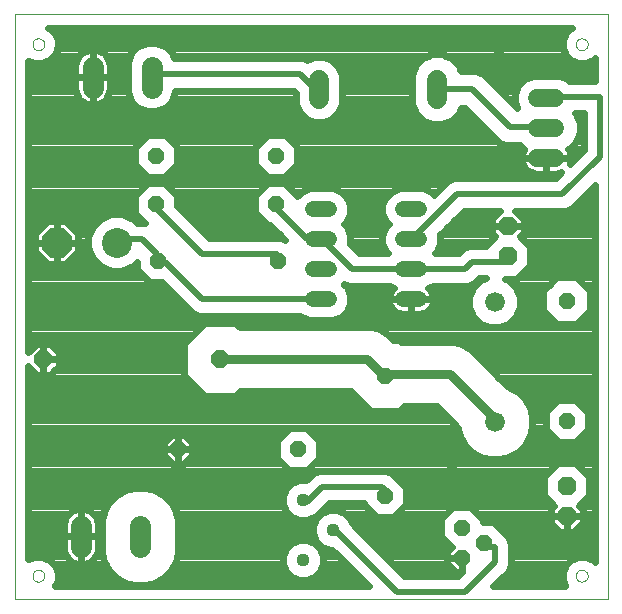
<source format=gbl>
G75*
G70*
%OFA0B0*%
%FSLAX24Y24*%
%IPPOS*%
%LPD*%
%AMOC8*
5,1,8,0,0,1.08239X$1,22.5*
%
%ADD10C,0.0000*%
%ADD11C,0.0520*%
%ADD12OC8,0.0600*%
%ADD13OC8,0.0630*%
%ADD14OC8,0.0520*%
%ADD15C,0.0600*%
%ADD16C,0.0660*%
%ADD17C,0.0650*%
%ADD18C,0.1000*%
%ADD19OC8,0.1000*%
%ADD20C,0.0440*%
%ADD21C,0.0705*%
%ADD22C,0.0200*%
%ADD23C,0.0240*%
%ADD24R,0.0356X0.0356*%
%ADD25C,0.0300*%
D10*
X000220Y000459D02*
X000220Y019955D01*
X019984Y019955D01*
X019984Y000459D01*
X000220Y000459D01*
X000810Y001247D02*
X000812Y001274D01*
X000818Y001301D01*
X000827Y001327D01*
X000840Y001351D01*
X000856Y001374D01*
X000875Y001393D01*
X000897Y001410D01*
X000921Y001424D01*
X000946Y001434D01*
X000973Y001441D01*
X001000Y001444D01*
X001028Y001443D01*
X001055Y001438D01*
X001081Y001430D01*
X001105Y001418D01*
X001128Y001402D01*
X001149Y001384D01*
X001166Y001363D01*
X001181Y001339D01*
X001192Y001314D01*
X001200Y001288D01*
X001204Y001261D01*
X001204Y001233D01*
X001200Y001206D01*
X001192Y001180D01*
X001181Y001155D01*
X001166Y001131D01*
X001149Y001110D01*
X001128Y001092D01*
X001106Y001076D01*
X001081Y001064D01*
X001055Y001056D01*
X001028Y001051D01*
X001000Y001050D01*
X000973Y001053D01*
X000946Y001060D01*
X000921Y001070D01*
X000897Y001084D01*
X000875Y001101D01*
X000856Y001120D01*
X000840Y001143D01*
X000827Y001167D01*
X000818Y001193D01*
X000812Y001220D01*
X000810Y001247D01*
X000810Y018963D02*
X000812Y018990D01*
X000818Y019017D01*
X000827Y019043D01*
X000840Y019067D01*
X000856Y019090D01*
X000875Y019109D01*
X000897Y019126D01*
X000921Y019140D01*
X000946Y019150D01*
X000973Y019157D01*
X001000Y019160D01*
X001028Y019159D01*
X001055Y019154D01*
X001081Y019146D01*
X001105Y019134D01*
X001128Y019118D01*
X001149Y019100D01*
X001166Y019079D01*
X001181Y019055D01*
X001192Y019030D01*
X001200Y019004D01*
X001204Y018977D01*
X001204Y018949D01*
X001200Y018922D01*
X001192Y018896D01*
X001181Y018871D01*
X001166Y018847D01*
X001149Y018826D01*
X001128Y018808D01*
X001106Y018792D01*
X001081Y018780D01*
X001055Y018772D01*
X001028Y018767D01*
X001000Y018766D01*
X000973Y018769D01*
X000946Y018776D01*
X000921Y018786D01*
X000897Y018800D01*
X000875Y018817D01*
X000856Y018836D01*
X000840Y018859D01*
X000827Y018883D01*
X000818Y018909D01*
X000812Y018936D01*
X000810Y018963D01*
X018921Y018963D02*
X018923Y018990D01*
X018929Y019017D01*
X018938Y019043D01*
X018951Y019067D01*
X018967Y019090D01*
X018986Y019109D01*
X019008Y019126D01*
X019032Y019140D01*
X019057Y019150D01*
X019084Y019157D01*
X019111Y019160D01*
X019139Y019159D01*
X019166Y019154D01*
X019192Y019146D01*
X019216Y019134D01*
X019239Y019118D01*
X019260Y019100D01*
X019277Y019079D01*
X019292Y019055D01*
X019303Y019030D01*
X019311Y019004D01*
X019315Y018977D01*
X019315Y018949D01*
X019311Y018922D01*
X019303Y018896D01*
X019292Y018871D01*
X019277Y018847D01*
X019260Y018826D01*
X019239Y018808D01*
X019217Y018792D01*
X019192Y018780D01*
X019166Y018772D01*
X019139Y018767D01*
X019111Y018766D01*
X019084Y018769D01*
X019057Y018776D01*
X019032Y018786D01*
X019008Y018800D01*
X018986Y018817D01*
X018967Y018836D01*
X018951Y018859D01*
X018938Y018883D01*
X018929Y018909D01*
X018923Y018936D01*
X018921Y018963D01*
X018921Y001247D02*
X018923Y001274D01*
X018929Y001301D01*
X018938Y001327D01*
X018951Y001351D01*
X018967Y001374D01*
X018986Y001393D01*
X019008Y001410D01*
X019032Y001424D01*
X019057Y001434D01*
X019084Y001441D01*
X019111Y001444D01*
X019139Y001443D01*
X019166Y001438D01*
X019192Y001430D01*
X019216Y001418D01*
X019239Y001402D01*
X019260Y001384D01*
X019277Y001363D01*
X019292Y001339D01*
X019303Y001314D01*
X019311Y001288D01*
X019315Y001261D01*
X019315Y001233D01*
X019311Y001206D01*
X019303Y001180D01*
X019292Y001155D01*
X019277Y001131D01*
X019260Y001110D01*
X019239Y001092D01*
X019217Y001076D01*
X019192Y001064D01*
X019166Y001056D01*
X019139Y001051D01*
X019111Y001050D01*
X019084Y001053D01*
X019057Y001060D01*
X019032Y001070D01*
X019008Y001084D01*
X018986Y001101D01*
X018967Y001120D01*
X018951Y001143D01*
X018938Y001167D01*
X018929Y001193D01*
X018923Y001220D01*
X018921Y001247D01*
D11*
X013693Y010459D02*
X013173Y010459D01*
X013173Y011459D02*
X013693Y011459D01*
X013693Y012459D02*
X013173Y012459D01*
X013173Y013459D02*
X013693Y013459D01*
X010693Y013459D02*
X010173Y013459D01*
X010173Y012459D02*
X010693Y012459D01*
X010693Y011459D02*
X010173Y011459D01*
X010173Y010459D02*
X010693Y010459D01*
D12*
X007064Y008459D03*
X001164Y008459D03*
D13*
X016645Y011908D03*
X016645Y012908D03*
X018614Y004235D03*
X018614Y003235D03*
D14*
X015864Y002353D03*
X015114Y001853D03*
X015114Y002853D03*
X012551Y003920D03*
X009657Y005459D03*
X012551Y007920D03*
X008996Y011751D03*
X008933Y013629D03*
X008933Y015247D03*
X004933Y015247D03*
X004933Y013629D03*
X004996Y011751D03*
X005657Y005459D03*
X018614Y006416D03*
X018614Y010416D03*
D15*
X018233Y015172D02*
X017633Y015172D01*
X017633Y016172D02*
X018233Y016172D01*
X018233Y017172D02*
X017633Y017172D01*
D16*
X016220Y010373D03*
X016220Y006373D03*
D17*
X014295Y017135D02*
X014295Y017784D01*
X010358Y017784D02*
X010358Y017135D01*
D18*
X003614Y012353D03*
D19*
X001614Y012353D03*
D20*
X009826Y003778D03*
X010826Y002778D03*
X009826Y001778D03*
D21*
X004393Y002205D02*
X004393Y002910D01*
X002425Y002910D02*
X002425Y002205D01*
X002811Y017516D02*
X002811Y018221D01*
X004779Y018221D02*
X004779Y017516D01*
D22*
X004779Y017869D02*
X004970Y017959D01*
X009720Y017959D01*
X010220Y017459D01*
X010358Y017459D01*
X008933Y013629D02*
X008970Y013459D01*
X009970Y012459D01*
X010433Y012459D01*
X010470Y012459D01*
X011470Y011459D01*
X013433Y011459D01*
X015220Y011459D01*
X015470Y011709D01*
X016470Y011709D01*
X016645Y011908D01*
X014970Y013959D02*
X018470Y013959D01*
X019720Y015209D01*
X019720Y017209D01*
X017970Y017209D01*
X017933Y017172D01*
X017720Y016209D02*
X017933Y016172D01*
X017720Y016209D02*
X016720Y016209D01*
X015470Y017459D01*
X014295Y017459D01*
X014970Y013959D02*
X013470Y012459D01*
X013433Y012459D01*
X010433Y010459D02*
X006470Y010459D01*
X005220Y011709D01*
X004996Y011751D01*
X004970Y011959D01*
X004470Y012459D01*
X003720Y012459D01*
X003614Y012353D01*
X004970Y013459D02*
X004933Y013629D01*
X004970Y013459D02*
X006470Y011959D01*
X008970Y011959D01*
X008996Y011751D01*
X010470Y004209D02*
X012470Y004209D01*
X012720Y003959D01*
X012551Y003920D01*
X010970Y002709D02*
X010826Y002778D01*
X010970Y002709D02*
X012970Y000709D01*
X015220Y000709D01*
X016220Y001709D01*
X016220Y002209D01*
X015970Y002209D01*
X015864Y002353D01*
X010470Y004209D02*
X009970Y003709D01*
X009826Y003778D01*
D23*
X009350Y003321D02*
X005600Y003321D01*
X005579Y003401D02*
X005411Y003692D01*
X005175Y003929D01*
X004884Y004096D01*
X004561Y004183D01*
X004226Y004183D01*
X003902Y004096D01*
X003612Y003929D01*
X003375Y003692D01*
X003207Y003401D01*
X003121Y003078D01*
X003121Y002038D01*
X003207Y001714D01*
X003375Y001424D01*
X003612Y001187D01*
X003902Y001019D01*
X004226Y000933D01*
X004561Y000933D01*
X004884Y001019D01*
X005175Y001187D01*
X005411Y001424D01*
X005579Y001714D01*
X005666Y002038D01*
X005666Y003078D01*
X005579Y003401D01*
X005488Y003560D02*
X009202Y003560D01*
X009166Y003647D02*
X009267Y003404D01*
X009452Y003219D01*
X009695Y003118D01*
X009958Y003118D01*
X010187Y003213D01*
X010251Y003236D01*
X010262Y003246D01*
X010276Y003252D01*
X010341Y003317D01*
X010410Y003379D01*
X010417Y003393D01*
X010694Y003669D01*
X011851Y003669D01*
X011851Y003630D01*
X012261Y003220D01*
X012841Y003220D01*
X013251Y003630D01*
X013251Y003829D01*
X013260Y003852D01*
X013260Y003915D01*
X013270Y003977D01*
X013260Y004021D01*
X013260Y004067D01*
X013251Y004089D01*
X013251Y004210D01*
X012841Y004620D01*
X012823Y004620D01*
X012776Y004667D01*
X012577Y004749D01*
X010363Y004749D01*
X010164Y004667D01*
X010012Y004515D01*
X009935Y004438D01*
X009695Y004438D01*
X009452Y004338D01*
X009267Y004152D01*
X009166Y003910D01*
X009166Y003647D01*
X009166Y003798D02*
X005305Y003798D01*
X004987Y004037D02*
X009219Y004037D01*
X009390Y004275D02*
X000660Y004275D01*
X000660Y004037D02*
X003800Y004037D01*
X003482Y003798D02*
X000660Y003798D01*
X000660Y003560D02*
X003299Y003560D01*
X003186Y003321D02*
X002823Y003321D01*
X002798Y003347D02*
X002861Y003283D01*
X002914Y003210D01*
X002955Y003130D01*
X002983Y003044D01*
X002997Y002955D01*
X002997Y002558D01*
X002425Y002558D01*
X002425Y002558D01*
X002425Y002558D01*
X002425Y003483D01*
X002470Y003483D01*
X002559Y003469D01*
X002644Y003441D01*
X002725Y003400D01*
X002798Y003347D01*
X002971Y003083D02*
X003122Y003083D01*
X003121Y002844D02*
X002997Y002844D01*
X002997Y002606D02*
X003121Y002606D01*
X002997Y002558D02*
X002425Y002558D01*
X002425Y003483D01*
X002380Y003483D01*
X002291Y003469D01*
X002205Y003441D01*
X002125Y003400D01*
X002052Y003347D01*
X001988Y003283D01*
X001935Y003210D01*
X001894Y003130D01*
X001866Y003044D01*
X001852Y002955D01*
X001852Y002558D01*
X002425Y002558D01*
X002425Y001633D01*
X002470Y001633D01*
X002559Y001647D01*
X002644Y001675D01*
X002725Y001716D01*
X002798Y001769D01*
X002861Y001832D01*
X002914Y001905D01*
X002955Y001985D01*
X002983Y002071D01*
X002997Y002160D01*
X002997Y002558D01*
X002997Y002367D02*
X003121Y002367D01*
X003121Y002129D02*
X002992Y002129D01*
X002904Y001890D02*
X003160Y001890D01*
X003243Y001652D02*
X002574Y001652D01*
X002425Y001652D02*
X002425Y001652D01*
X002425Y001633D02*
X002425Y002558D01*
X002425Y002558D01*
X002425Y002558D01*
X001852Y002558D01*
X001852Y002160D01*
X001866Y002071D01*
X001894Y001985D01*
X001935Y001905D01*
X001988Y001832D01*
X002052Y001769D01*
X002125Y001716D01*
X002205Y001675D01*
X002291Y001647D01*
X002380Y001633D01*
X002425Y001633D01*
X002275Y001652D02*
X001503Y001652D01*
X001547Y001607D02*
X001368Y001787D01*
X001134Y001884D01*
X000881Y001884D01*
X000660Y001792D01*
X000660Y008228D01*
X000948Y007939D01*
X001164Y007939D01*
X001379Y007939D01*
X001684Y008244D01*
X001684Y008459D01*
X001164Y008459D01*
X001164Y008459D01*
X001164Y007939D01*
X001164Y008459D01*
X001164Y008459D01*
X001684Y008459D01*
X001684Y008675D01*
X001379Y008979D01*
X001164Y008979D01*
X001164Y008459D01*
X001164Y008459D01*
X001164Y008979D01*
X000948Y008979D01*
X000660Y008691D01*
X000660Y018418D01*
X000881Y018326D01*
X001134Y018326D01*
X001368Y018423D01*
X001547Y018603D01*
X001644Y018837D01*
X001644Y019090D01*
X001547Y019324D01*
X001368Y019503D01*
X001339Y019515D01*
X018786Y019515D01*
X018757Y019503D01*
X018578Y019324D01*
X018481Y019090D01*
X018481Y018837D01*
X018578Y018603D01*
X018757Y018423D01*
X018991Y018326D01*
X019244Y018326D01*
X019478Y018423D01*
X019544Y018489D01*
X019544Y017749D01*
X018702Y017749D01*
X018652Y017799D01*
X018380Y017912D01*
X017485Y017912D01*
X017213Y017799D01*
X017005Y017591D01*
X016893Y017319D01*
X016893Y017025D01*
X016971Y016835D01*
X015996Y017811D01*
X015821Y017985D01*
X015593Y018079D01*
X015087Y018079D01*
X015011Y018263D01*
X014773Y018500D01*
X014463Y018629D01*
X014127Y018629D01*
X013816Y018500D01*
X013579Y018263D01*
X013450Y017952D01*
X013450Y016966D01*
X013579Y016656D01*
X013816Y016418D01*
X014127Y016290D01*
X014463Y016290D01*
X014773Y016418D01*
X015011Y016656D01*
X015087Y016839D01*
X015213Y016839D01*
X016369Y015684D01*
X016597Y015589D01*
X017056Y015589D01*
X017168Y015477D01*
X017201Y015463D01*
X017188Y015444D01*
X017151Y015372D01*
X017125Y015294D01*
X017113Y015213D01*
X017113Y015172D01*
X017933Y015172D01*
X018753Y015172D01*
X018753Y015213D01*
X018740Y015294D01*
X018715Y015372D01*
X018677Y015444D01*
X018664Y015463D01*
X018697Y015477D01*
X018928Y015707D01*
X019053Y016009D01*
X019053Y016335D01*
X018928Y016636D01*
X018895Y016669D01*
X019180Y016669D01*
X019180Y015433D01*
X018709Y014962D01*
X018715Y014972D01*
X018740Y015050D01*
X018753Y015131D01*
X018753Y015172D01*
X017933Y015172D01*
X017933Y015172D01*
X017933Y014652D01*
X018274Y014652D01*
X018354Y014665D01*
X018432Y014690D01*
X018442Y014695D01*
X018246Y014499D01*
X014863Y014499D01*
X014664Y014417D01*
X014512Y014265D01*
X014194Y013947D01*
X014089Y014053D01*
X013832Y014159D01*
X013033Y014159D01*
X012776Y014053D01*
X012579Y013856D01*
X012473Y013599D01*
X012473Y013320D01*
X012579Y013063D01*
X012683Y012959D01*
X012579Y012856D01*
X012473Y012599D01*
X012473Y012320D01*
X012579Y012063D01*
X012643Y011999D01*
X011694Y011999D01*
X011387Y012306D01*
X011393Y012320D01*
X011393Y012599D01*
X011286Y012856D01*
X011183Y012959D01*
X011286Y013063D01*
X011393Y013320D01*
X011393Y013599D01*
X011286Y013856D01*
X011089Y014053D01*
X010832Y014159D01*
X010033Y014159D01*
X009776Y014053D01*
X009633Y013909D01*
X009633Y013919D01*
X009223Y014329D01*
X008643Y014329D01*
X008233Y013919D01*
X008233Y013339D01*
X008643Y012929D01*
X008737Y012929D01*
X009213Y012452D01*
X009146Y012471D01*
X009077Y012499D01*
X009044Y012499D01*
X009011Y012508D01*
X008937Y012499D01*
X006694Y012499D01*
X005633Y013560D01*
X005633Y013919D01*
X005223Y014329D01*
X004643Y014329D01*
X004233Y013919D01*
X004233Y013339D01*
X004572Y012999D01*
X004297Y012999D01*
X004146Y013150D01*
X003801Y013293D01*
X003427Y013293D01*
X003081Y013150D01*
X002817Y012885D01*
X002674Y012540D01*
X002674Y012166D01*
X002817Y011821D01*
X003081Y011556D01*
X003427Y011413D01*
X003801Y011413D01*
X004146Y011556D01*
X004296Y011706D01*
X004296Y011461D01*
X004706Y011051D01*
X005115Y011051D01*
X006164Y010002D01*
X006363Y009919D01*
X009723Y009919D01*
X009776Y009866D01*
X010033Y009759D01*
X010832Y009759D01*
X011089Y009866D01*
X011286Y010063D01*
X011393Y010320D01*
X011393Y010599D01*
X011286Y010856D01*
X011183Y010959D01*
X011207Y010984D01*
X011363Y010919D01*
X012723Y010919D01*
X012776Y010866D01*
X012865Y010829D01*
X012860Y010825D01*
X012806Y010772D01*
X012762Y010711D01*
X012728Y010644D01*
X012704Y010572D01*
X012693Y010497D01*
X012693Y010459D01*
X012693Y010422D01*
X012704Y010347D01*
X012728Y010275D01*
X012762Y010208D01*
X012806Y010147D01*
X012860Y010093D01*
X012921Y010049D01*
X012988Y010014D01*
X013060Y009991D01*
X013135Y009979D01*
X013433Y009979D01*
X013730Y009979D01*
X013805Y009991D01*
X013877Y010014D01*
X013944Y010049D01*
X014005Y010093D01*
X014059Y010147D01*
X014103Y010208D01*
X014137Y010275D01*
X014161Y010347D01*
X014173Y010422D01*
X014173Y010459D01*
X013433Y010459D01*
X013433Y010459D01*
X013433Y009979D01*
X013433Y010459D01*
X013433Y010459D01*
X014173Y010459D01*
X014173Y010497D01*
X014161Y010572D01*
X014137Y010644D01*
X014103Y010711D01*
X014059Y010772D01*
X014005Y010825D01*
X014000Y010829D01*
X014089Y010866D01*
X014143Y010919D01*
X015327Y010919D01*
X015526Y011002D01*
X015694Y011169D01*
X015922Y011169D01*
X015739Y011093D01*
X015499Y010854D01*
X015370Y010542D01*
X015370Y010204D01*
X015499Y009891D01*
X015739Y009652D01*
X016051Y009523D01*
X016389Y009523D01*
X016701Y009652D01*
X016941Y009891D01*
X017070Y010204D01*
X017070Y010542D01*
X016941Y010854D01*
X016701Y011093D01*
X016557Y011153D01*
X016958Y011153D01*
X017400Y011595D01*
X017400Y012221D01*
X017057Y012564D01*
X017180Y012687D01*
X017180Y012908D01*
X016645Y012908D01*
X016110Y012908D01*
X016110Y012687D01*
X016233Y012564D01*
X015919Y012249D01*
X015363Y012249D01*
X015164Y012167D01*
X015012Y012015D01*
X014996Y011999D01*
X014223Y011999D01*
X014286Y012063D01*
X014393Y012320D01*
X014393Y012599D01*
X014387Y012612D01*
X015194Y013419D01*
X016400Y013419D01*
X016110Y013130D01*
X016110Y012908D01*
X016645Y012908D01*
X016645Y012908D01*
X016645Y012908D01*
X017180Y012908D01*
X017180Y013130D01*
X016891Y013419D01*
X018577Y013419D01*
X018776Y013502D01*
X018928Y013653D01*
X018928Y013653D01*
X019544Y014269D01*
X019544Y001721D01*
X019478Y001787D01*
X019244Y001884D01*
X018991Y001884D01*
X018757Y001787D01*
X018578Y001607D01*
X018481Y001373D01*
X018481Y001120D01*
X018572Y000899D01*
X016174Y000899D01*
X016526Y001252D01*
X016678Y001403D01*
X016760Y001602D01*
X016760Y002317D01*
X016678Y002515D01*
X016564Y002629D01*
X016564Y002643D01*
X016154Y003053D01*
X015814Y003053D01*
X015814Y003143D01*
X015404Y003553D01*
X014824Y003553D01*
X014414Y003143D01*
X014414Y002563D01*
X014779Y002197D01*
X014634Y002052D01*
X014634Y001853D01*
X014634Y001654D01*
X014915Y001373D01*
X015114Y001373D01*
X015120Y001373D01*
X014996Y001249D01*
X013194Y001249D01*
X011453Y002990D01*
X011386Y003152D01*
X011200Y003338D01*
X010958Y003438D01*
X010695Y003438D01*
X010452Y003338D01*
X010267Y003152D01*
X010166Y002910D01*
X010166Y002647D01*
X010267Y002404D01*
X010452Y002219D01*
X010695Y002118D01*
X010797Y002118D01*
X012016Y000899D01*
X001553Y000899D01*
X001644Y001120D01*
X001644Y001373D01*
X001547Y001607D01*
X001628Y001413D02*
X003386Y001413D01*
X003633Y001175D02*
X001644Y001175D01*
X001568Y000936D02*
X004212Y000936D01*
X004574Y000936D02*
X011979Y000936D01*
X011741Y001175D02*
X010094Y001175D01*
X010200Y001219D02*
X010386Y001404D01*
X010486Y001647D01*
X010486Y001910D01*
X010386Y002152D01*
X010200Y002338D01*
X009958Y002438D01*
X009695Y002438D01*
X009452Y002338D01*
X009267Y002152D01*
X009166Y001910D01*
X009166Y001647D01*
X009267Y001404D01*
X009452Y001219D01*
X009695Y001118D01*
X009958Y001118D01*
X010200Y001219D01*
X010390Y001413D02*
X011502Y001413D01*
X011264Y001652D02*
X010486Y001652D01*
X010486Y001890D02*
X011025Y001890D01*
X010669Y002129D02*
X010395Y002129D01*
X010304Y002367D02*
X010129Y002367D01*
X010183Y002606D02*
X005666Y002606D01*
X005666Y002844D02*
X010166Y002844D01*
X010238Y003083D02*
X005664Y003083D01*
X005666Y002367D02*
X009524Y002367D01*
X009257Y002129D02*
X005666Y002129D01*
X005626Y001890D02*
X009166Y001890D01*
X009166Y001652D02*
X005543Y001652D01*
X005401Y001413D02*
X009263Y001413D01*
X009558Y001175D02*
X005153Y001175D01*
X002425Y001890D02*
X002425Y001890D01*
X002425Y002129D02*
X002425Y002129D01*
X002425Y002367D02*
X002425Y002367D01*
X002425Y002606D02*
X002425Y002606D01*
X002425Y002844D02*
X002425Y002844D01*
X002425Y003083D02*
X002425Y003083D01*
X002425Y003321D02*
X002425Y003321D01*
X002026Y003321D02*
X000660Y003321D01*
X000660Y003083D02*
X001879Y003083D01*
X001852Y002844D02*
X000660Y002844D01*
X000660Y002606D02*
X001852Y002606D01*
X001852Y002367D02*
X000660Y002367D01*
X000660Y002129D02*
X001857Y002129D01*
X001946Y001890D02*
X000660Y001890D01*
X000660Y004514D02*
X010011Y004514D01*
X009947Y004759D02*
X010357Y005169D01*
X010357Y005749D01*
X009947Y006159D01*
X009367Y006159D01*
X008957Y005749D01*
X008957Y005169D01*
X009367Y004759D01*
X009947Y004759D01*
X010178Y004991D02*
X019544Y004991D01*
X019544Y005229D02*
X016740Y005229D01*
X016702Y005208D02*
X016988Y005372D01*
X017220Y005605D01*
X017385Y005890D01*
X017470Y006208D01*
X017470Y006537D01*
X017385Y006855D01*
X017220Y007140D01*
X016988Y007373D01*
X016702Y007538D01*
X016638Y007555D01*
X015576Y008616D01*
X015377Y008816D01*
X015133Y008956D01*
X014861Y009029D01*
X013110Y009029D01*
X013039Y009100D01*
X012843Y009100D01*
X012826Y009116D01*
X012627Y009316D01*
X012383Y009456D01*
X012111Y009529D01*
X007719Y009529D01*
X007569Y009679D01*
X006558Y009679D01*
X005844Y008965D01*
X005844Y007954D01*
X006558Y007239D01*
X007569Y007239D01*
X007719Y007389D01*
X011413Y007389D01*
X012062Y006740D01*
X013039Y006740D01*
X013189Y006889D01*
X014277Y006889D01*
X014974Y006192D01*
X015055Y005890D01*
X015220Y005605D01*
X015452Y005372D01*
X015738Y005208D01*
X016055Y005123D01*
X016385Y005123D01*
X016702Y005208D01*
X017083Y005468D02*
X019544Y005468D01*
X019544Y005706D02*
X017279Y005706D01*
X017399Y005945D02*
X018095Y005945D01*
X017914Y006126D02*
X018324Y005716D01*
X018904Y005716D01*
X019314Y006126D01*
X019314Y006706D01*
X018904Y007116D01*
X018324Y007116D01*
X017914Y006706D01*
X017914Y006126D01*
X017914Y006183D02*
X017463Y006183D01*
X017470Y006422D02*
X017914Y006422D01*
X017914Y006660D02*
X017437Y006660D01*
X017360Y006899D02*
X018107Y006899D01*
X017222Y007137D02*
X019544Y007137D01*
X019544Y007376D02*
X016983Y007376D01*
X016578Y007614D02*
X019544Y007614D01*
X019544Y007853D02*
X016340Y007853D01*
X016101Y008091D02*
X019544Y008091D01*
X019544Y008330D02*
X015863Y008330D01*
X015624Y008568D02*
X019544Y008568D01*
X019544Y008807D02*
X015386Y008807D01*
X015630Y009761D02*
X010835Y009761D01*
X011223Y009999D02*
X013035Y009999D01*
X012747Y010238D02*
X011359Y010238D01*
X011393Y010476D02*
X012693Y010476D01*
X012693Y010459D02*
X013433Y010459D01*
X012693Y010459D01*
X012765Y010715D02*
X011344Y010715D01*
X011280Y010953D02*
X011189Y010953D01*
X011547Y012146D02*
X012545Y012146D01*
X012473Y012384D02*
X011393Y012384D01*
X011383Y012623D02*
X012483Y012623D01*
X012585Y012861D02*
X011281Y012861D01*
X011301Y013100D02*
X012564Y013100D01*
X012473Y013338D02*
X011393Y013338D01*
X011393Y013577D02*
X012473Y013577D01*
X012562Y013815D02*
X011303Y013815D01*
X011086Y014054D02*
X012779Y014054D01*
X014086Y014054D02*
X014301Y014054D01*
X014539Y014292D02*
X009259Y014292D01*
X009223Y014547D02*
X009633Y014957D01*
X009633Y015537D01*
X009223Y015947D01*
X008643Y015947D01*
X008233Y015537D01*
X008233Y014957D01*
X008643Y014547D01*
X009223Y014547D01*
X009445Y014769D02*
X017302Y014769D01*
X017294Y014775D02*
X017360Y014727D01*
X017433Y014690D01*
X017511Y014665D01*
X017592Y014652D01*
X017933Y014652D01*
X017933Y015172D01*
X017933Y015172D01*
X017933Y015172D01*
X017113Y015172D01*
X017113Y015131D01*
X017125Y015050D01*
X017151Y014972D01*
X017188Y014899D01*
X017236Y014833D01*
X017294Y014775D01*
X017139Y015008D02*
X009633Y015008D01*
X009633Y015246D02*
X017118Y015246D01*
X017160Y015485D02*
X009633Y015485D01*
X009446Y015723D02*
X016329Y015723D01*
X016091Y015962D02*
X000660Y015962D01*
X000660Y016200D02*
X015852Y016200D01*
X015614Y016439D02*
X014794Y016439D01*
X015020Y016677D02*
X015375Y016677D01*
X016175Y017631D02*
X017046Y017631D01*
X016923Y017393D02*
X016413Y017393D01*
X016652Y017154D02*
X016893Y017154D01*
X016890Y016916D02*
X016938Y016916D01*
X017384Y017870D02*
X015936Y017870D01*
X015075Y018108D02*
X019544Y018108D01*
X019544Y017870D02*
X018481Y017870D01*
X018942Y018347D02*
X014927Y018347D01*
X014568Y018585D02*
X018595Y018585D01*
X018486Y018824D02*
X005297Y018824D01*
X005228Y018893D02*
X005451Y018670D01*
X005522Y018499D01*
X009827Y018499D01*
X009957Y018446D01*
X010206Y018549D01*
X010510Y018549D01*
X010791Y018432D01*
X011006Y018217D01*
X011123Y017936D01*
X011123Y016982D01*
X011006Y016701D01*
X010791Y016486D01*
X010510Y016370D01*
X010206Y016370D01*
X009925Y016486D01*
X009709Y016701D01*
X009593Y016982D01*
X009593Y017323D01*
X009496Y017419D01*
X005572Y017419D01*
X005572Y017359D01*
X005451Y017067D01*
X005228Y016844D01*
X004937Y016724D01*
X004621Y016724D01*
X004330Y016844D01*
X004107Y017067D01*
X003987Y017359D01*
X003987Y018379D01*
X004107Y018670D01*
X004330Y018893D01*
X004621Y019014D01*
X004937Y019014D01*
X005228Y018893D01*
X005486Y018585D02*
X014022Y018585D01*
X013663Y018347D02*
X010877Y018347D01*
X011051Y018108D02*
X013515Y018108D01*
X013450Y017870D02*
X011123Y017870D01*
X011123Y017631D02*
X013450Y017631D01*
X013450Y017393D02*
X011123Y017393D01*
X011123Y017154D02*
X013450Y017154D01*
X013471Y016916D02*
X011095Y016916D01*
X010982Y016677D02*
X013570Y016677D01*
X013796Y016439D02*
X010677Y016439D01*
X010039Y016439D02*
X000660Y016439D01*
X000660Y016677D02*
X009733Y016677D01*
X009621Y016916D02*
X005299Y016916D01*
X005487Y017154D02*
X009593Y017154D01*
X009523Y017393D02*
X005572Y017393D01*
X004259Y016916D02*
X000660Y016916D01*
X000660Y017154D02*
X002366Y017154D01*
X002374Y017143D02*
X002438Y017080D01*
X002510Y017027D01*
X002591Y016986D01*
X002676Y016958D01*
X002765Y016944D01*
X002811Y016944D01*
X002856Y016944D01*
X002945Y016958D01*
X003030Y016986D01*
X003111Y017027D01*
X003184Y017080D01*
X003247Y017143D01*
X003300Y017216D01*
X003341Y017297D01*
X003369Y017382D01*
X003383Y017471D01*
X003383Y017869D01*
X003383Y018266D01*
X003369Y018355D01*
X003341Y018441D01*
X003300Y018521D01*
X003247Y018594D01*
X003184Y018658D01*
X003111Y018711D01*
X003030Y018752D01*
X002945Y018780D01*
X002856Y018794D01*
X002811Y018794D01*
X002811Y017869D01*
X003383Y017869D01*
X002811Y017869D01*
X002811Y017869D01*
X002811Y017869D01*
X002811Y018794D01*
X002765Y018794D01*
X002676Y018780D01*
X002591Y018752D01*
X002510Y018711D01*
X002438Y018658D01*
X002374Y018594D01*
X002321Y018521D01*
X002280Y018441D01*
X002252Y018355D01*
X002238Y018266D01*
X002238Y017869D01*
X002811Y017869D01*
X002811Y016944D01*
X002811Y017869D01*
X002811Y017869D01*
X002811Y017869D01*
X002238Y017869D01*
X002238Y017471D01*
X002252Y017382D01*
X002280Y017297D01*
X002321Y017216D01*
X002374Y017143D01*
X002250Y017393D02*
X000660Y017393D01*
X000660Y017631D02*
X002238Y017631D01*
X002238Y017870D02*
X000660Y017870D01*
X000660Y018108D02*
X002238Y018108D01*
X002251Y018347D02*
X001183Y018347D01*
X000831Y018347D02*
X000660Y018347D01*
X001530Y018585D02*
X002367Y018585D01*
X002811Y018585D02*
X002811Y018585D01*
X002811Y018347D02*
X002811Y018347D01*
X002811Y018108D02*
X002811Y018108D01*
X002811Y017870D02*
X002811Y017870D01*
X002811Y017631D02*
X002811Y017631D01*
X002811Y017393D02*
X002811Y017393D01*
X002811Y017154D02*
X002811Y017154D01*
X003255Y017154D02*
X004071Y017154D01*
X003987Y017393D02*
X003371Y017393D01*
X003383Y017631D02*
X003987Y017631D01*
X003987Y017870D02*
X003383Y017870D01*
X003383Y018108D02*
X003987Y018108D01*
X003987Y018347D02*
X003370Y018347D01*
X003254Y018585D02*
X004072Y018585D01*
X004261Y018824D02*
X001639Y018824D01*
X001644Y019062D02*
X018481Y019062D01*
X018568Y019301D02*
X001557Y019301D01*
X004643Y015947D02*
X004233Y015537D01*
X004233Y014957D01*
X004643Y014547D01*
X005223Y014547D01*
X005633Y014957D01*
X005633Y015537D01*
X005223Y015947D01*
X004643Y015947D01*
X004419Y015723D02*
X000660Y015723D01*
X000660Y015485D02*
X004233Y015485D01*
X004233Y015246D02*
X000660Y015246D01*
X000660Y015008D02*
X004233Y015008D01*
X004420Y014769D02*
X000660Y014769D01*
X000660Y014531D02*
X018278Y014531D01*
X017933Y014769D02*
X017933Y014769D01*
X017933Y015008D02*
X017933Y015008D01*
X018705Y015485D02*
X019180Y015485D01*
X019180Y015723D02*
X018934Y015723D01*
X019033Y015962D02*
X019180Y015962D01*
X019180Y016200D02*
X019053Y016200D01*
X019010Y016439D02*
X019180Y016439D01*
X018993Y015246D02*
X018747Y015246D01*
X018726Y015008D02*
X018755Y015008D01*
X019328Y014054D02*
X019544Y014054D01*
X019544Y013815D02*
X019090Y013815D01*
X018851Y013577D02*
X019544Y013577D01*
X019544Y013338D02*
X016972Y013338D01*
X017180Y013100D02*
X019544Y013100D01*
X019544Y012861D02*
X017180Y012861D01*
X017116Y012623D02*
X019544Y012623D01*
X019544Y012384D02*
X017237Y012384D01*
X017400Y012146D02*
X019544Y012146D01*
X019544Y011907D02*
X017400Y011907D01*
X017400Y011669D02*
X019544Y011669D01*
X019544Y011430D02*
X017235Y011430D01*
X016997Y011192D02*
X018286Y011192D01*
X018291Y011196D02*
X017834Y010739D01*
X017834Y010093D01*
X018291Y009636D01*
X018937Y009636D01*
X019394Y010093D01*
X019394Y010739D01*
X018937Y011196D01*
X018291Y011196D01*
X018048Y010953D02*
X016841Y010953D01*
X016998Y010715D02*
X017834Y010715D01*
X017834Y010476D02*
X017070Y010476D01*
X017070Y010238D02*
X017834Y010238D01*
X017927Y009999D02*
X016985Y009999D01*
X016810Y009761D02*
X018166Y009761D01*
X019062Y009761D02*
X019544Y009761D01*
X019544Y009522D02*
X012137Y009522D01*
X012659Y009284D02*
X019544Y009284D01*
X019544Y009045D02*
X013094Y009045D01*
X013433Y009999D02*
X013433Y009999D01*
X013433Y010238D02*
X013433Y010238D01*
X013433Y010459D02*
X013433Y010459D01*
X013830Y009999D02*
X015455Y009999D01*
X015370Y010238D02*
X014118Y010238D01*
X014173Y010476D02*
X015370Y010476D01*
X015442Y010715D02*
X014100Y010715D01*
X015410Y010953D02*
X015599Y010953D01*
X015143Y012146D02*
X014320Y012146D01*
X014393Y012384D02*
X016054Y012384D01*
X016174Y012623D02*
X014397Y012623D01*
X014636Y012861D02*
X016110Y012861D01*
X016110Y013100D02*
X014874Y013100D01*
X015113Y013338D02*
X016319Y013338D01*
X018941Y011192D02*
X019544Y011192D01*
X019544Y010953D02*
X019179Y010953D01*
X019394Y010715D02*
X019544Y010715D01*
X019544Y010476D02*
X019394Y010476D01*
X019394Y010238D02*
X019544Y010238D01*
X019544Y009999D02*
X019300Y009999D01*
X019121Y006899D02*
X019544Y006899D01*
X019544Y006660D02*
X019314Y006660D01*
X019314Y006422D02*
X019544Y006422D01*
X019544Y006183D02*
X019314Y006183D01*
X019132Y005945D02*
X019544Y005945D01*
X018926Y004990D02*
X018301Y004990D01*
X017859Y004548D01*
X017859Y003922D01*
X018202Y003579D01*
X018079Y003457D01*
X018079Y003235D01*
X018614Y003235D01*
X019149Y003235D01*
X019149Y003457D01*
X019026Y003579D01*
X019369Y003922D01*
X019369Y004548D01*
X018926Y004990D01*
X019164Y004752D02*
X019544Y004752D01*
X019544Y004514D02*
X019369Y004514D01*
X019369Y004275D02*
X019544Y004275D01*
X019544Y004037D02*
X019369Y004037D01*
X019245Y003798D02*
X019544Y003798D01*
X019544Y003560D02*
X019045Y003560D01*
X019149Y003321D02*
X019544Y003321D01*
X019544Y003083D02*
X019149Y003083D01*
X019149Y003013D02*
X019149Y003235D01*
X018614Y003235D01*
X018614Y003235D01*
X018614Y002700D01*
X018835Y002700D01*
X019149Y003013D01*
X018980Y002844D02*
X019544Y002844D01*
X019544Y002606D02*
X016587Y002606D01*
X016739Y002367D02*
X019544Y002367D01*
X019544Y002129D02*
X016760Y002129D01*
X016760Y001890D02*
X019544Y001890D01*
X018622Y001652D02*
X016760Y001652D01*
X016682Y001413D02*
X018497Y001413D01*
X018481Y001175D02*
X016449Y001175D01*
X016211Y000936D02*
X018557Y000936D01*
X018614Y002700D02*
X018392Y002700D01*
X018079Y003013D01*
X018079Y003235D01*
X018614Y003235D01*
X018614Y003235D01*
X018614Y003235D01*
X018614Y002700D01*
X018614Y002844D02*
X018614Y002844D01*
X018614Y003083D02*
X018614Y003083D01*
X018248Y002844D02*
X016362Y002844D01*
X015814Y003083D02*
X018079Y003083D01*
X018079Y003321D02*
X015635Y003321D01*
X014592Y003321D02*
X012942Y003321D01*
X013181Y003560D02*
X018182Y003560D01*
X017983Y003798D02*
X013251Y003798D01*
X013260Y004037D02*
X017859Y004037D01*
X017859Y004275D02*
X013185Y004275D01*
X012947Y004514D02*
X017859Y004514D01*
X018063Y004752D02*
X000660Y004752D01*
X000660Y004991D02*
X005447Y004991D01*
X005458Y004979D02*
X005657Y004979D01*
X005657Y005459D01*
X005657Y004979D01*
X005856Y004979D01*
X006137Y005261D01*
X006137Y005459D01*
X005657Y005459D01*
X005657Y005459D01*
X005657Y005459D01*
X005177Y005459D01*
X005177Y005261D01*
X005458Y004979D01*
X005657Y004991D02*
X005657Y004991D01*
X005867Y004991D02*
X009136Y004991D01*
X008957Y005229D02*
X006106Y005229D01*
X006137Y005459D02*
X006137Y005658D01*
X005856Y005939D01*
X005657Y005939D01*
X005458Y005939D01*
X005177Y005658D01*
X005177Y005459D01*
X005657Y005459D01*
X005657Y005459D01*
X006137Y005459D01*
X006137Y005468D02*
X008957Y005468D01*
X008957Y005706D02*
X006089Y005706D01*
X005657Y005706D02*
X005657Y005706D01*
X005657Y005939D02*
X005657Y005459D01*
X005657Y005459D01*
X005657Y005939D01*
X005657Y005468D02*
X005657Y005468D01*
X005657Y005229D02*
X005657Y005229D01*
X005208Y005229D02*
X000660Y005229D01*
X000660Y005468D02*
X005177Y005468D01*
X005225Y005706D02*
X000660Y005706D01*
X000660Y005945D02*
X009153Y005945D01*
X010161Y005945D02*
X015041Y005945D01*
X014977Y006183D02*
X000660Y006183D01*
X000660Y006422D02*
X014744Y006422D01*
X014506Y006660D02*
X000660Y006660D01*
X000660Y006899D02*
X011903Y006899D01*
X011665Y007137D02*
X000660Y007137D01*
X000660Y007376D02*
X006422Y007376D01*
X006183Y007614D02*
X000660Y007614D01*
X000660Y007853D02*
X005945Y007853D01*
X005844Y008091D02*
X001531Y008091D01*
X001684Y008330D02*
X005844Y008330D01*
X005844Y008568D02*
X001684Y008568D01*
X001552Y008807D02*
X005844Y008807D01*
X005924Y009045D02*
X000660Y009045D01*
X000660Y008807D02*
X000776Y008807D01*
X001164Y008807D02*
X001164Y008807D01*
X001164Y008568D02*
X001164Y008568D01*
X001164Y008330D02*
X001164Y008330D01*
X001164Y008091D02*
X001164Y008091D01*
X000796Y008091D02*
X000660Y008091D01*
X000660Y009284D02*
X006163Y009284D01*
X006401Y009522D02*
X000660Y009522D01*
X000660Y009761D02*
X010030Y009761D01*
X011426Y007376D02*
X007706Y007376D01*
X006169Y009999D02*
X000660Y009999D01*
X000660Y010238D02*
X005928Y010238D01*
X005689Y010476D02*
X000660Y010476D01*
X000660Y010715D02*
X005451Y010715D01*
X005212Y010953D02*
X000660Y010953D01*
X000660Y011192D02*
X004564Y011192D01*
X004326Y011430D02*
X003842Y011430D01*
X004259Y011669D02*
X004296Y011669D01*
X003385Y011430D02*
X000660Y011430D01*
X000660Y011669D02*
X001280Y011669D01*
X001315Y011633D02*
X001614Y011633D01*
X001912Y011633D01*
X002334Y012055D01*
X002334Y012353D01*
X002334Y012651D01*
X001912Y013073D01*
X001614Y013073D01*
X001614Y012353D01*
X001614Y012353D01*
X002334Y012353D01*
X001614Y012353D01*
X001614Y011633D01*
X001614Y012353D01*
X001614Y012353D01*
X001614Y012353D01*
X001614Y013073D01*
X001315Y013073D01*
X000894Y012651D01*
X000894Y012353D01*
X000894Y012055D01*
X001315Y011633D01*
X001041Y011907D02*
X000660Y011907D01*
X000660Y012146D02*
X000894Y012146D01*
X000894Y012353D02*
X001614Y012353D01*
X001614Y012353D01*
X000894Y012353D01*
X000894Y012384D02*
X000660Y012384D01*
X000660Y012623D02*
X000894Y012623D01*
X001104Y012861D02*
X000660Y012861D01*
X000660Y013100D02*
X003031Y013100D01*
X002807Y012861D02*
X002124Y012861D01*
X002334Y012623D02*
X002708Y012623D01*
X002674Y012384D02*
X002334Y012384D01*
X002334Y012146D02*
X002682Y012146D01*
X002781Y011907D02*
X002186Y011907D01*
X001948Y011669D02*
X002969Y011669D01*
X001614Y011669D02*
X001614Y011669D01*
X001614Y011907D02*
X001614Y011907D01*
X001614Y012146D02*
X001614Y012146D01*
X001614Y012384D02*
X001614Y012384D01*
X001614Y012623D02*
X001614Y012623D01*
X001614Y012861D02*
X001614Y012861D01*
X000660Y013338D02*
X004233Y013338D01*
X004233Y013577D02*
X000660Y013577D01*
X000660Y013815D02*
X004233Y013815D01*
X004368Y014054D02*
X000660Y014054D01*
X000660Y014292D02*
X004606Y014292D01*
X005259Y014292D02*
X008606Y014292D01*
X008368Y014054D02*
X005497Y014054D01*
X005633Y013815D02*
X008233Y013815D01*
X008233Y013577D02*
X005633Y013577D01*
X005855Y013338D02*
X008233Y013338D01*
X008471Y013100D02*
X006093Y013100D01*
X006332Y012861D02*
X008804Y012861D01*
X009043Y012623D02*
X006570Y012623D01*
X004471Y013100D02*
X004196Y013100D01*
X005445Y014769D02*
X008420Y014769D01*
X008233Y015008D02*
X005633Y015008D01*
X005633Y015246D02*
X008233Y015246D01*
X008233Y015485D02*
X005633Y015485D01*
X005446Y015723D02*
X008419Y015723D01*
X009497Y014054D02*
X009779Y014054D01*
X010357Y005706D02*
X015161Y005706D01*
X015357Y005468D02*
X010357Y005468D01*
X010357Y005229D02*
X015700Y005229D01*
X014414Y003083D02*
X011415Y003083D01*
X011217Y003321D02*
X012159Y003321D01*
X011921Y003560D02*
X010584Y003560D01*
X010436Y003321D02*
X010346Y003321D01*
X011599Y002844D02*
X014414Y002844D01*
X014414Y002606D02*
X011837Y002606D01*
X012076Y002367D02*
X014609Y002367D01*
X014711Y002129D02*
X012314Y002129D01*
X012553Y001890D02*
X014634Y001890D01*
X014634Y001853D02*
X015114Y001853D01*
X015114Y001373D01*
X015114Y001853D01*
X015114Y001853D01*
X014634Y001853D01*
X014636Y001652D02*
X012791Y001652D01*
X013030Y001413D02*
X014875Y001413D01*
X015114Y001413D02*
X015114Y001413D01*
X015114Y001652D02*
X015114Y001652D01*
X015114Y001853D02*
X015114Y001853D01*
X019294Y018347D02*
X019544Y018347D01*
D24*
X016362Y018570D03*
X018330Y012270D03*
X014787Y004790D03*
X012818Y002428D03*
X008881Y016601D03*
D25*
X007064Y008459D02*
X011970Y008459D01*
X012470Y007959D01*
X012551Y007920D01*
X012720Y007959D01*
X014720Y007959D01*
X016220Y006459D01*
X016220Y006373D01*
M02*

</source>
